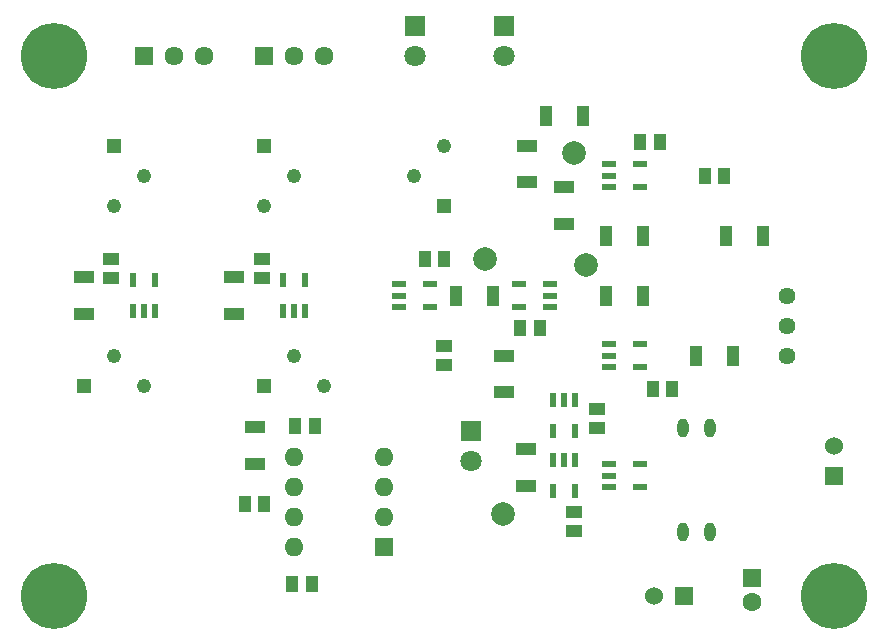
<source format=gbr>
%TF.GenerationSoftware,KiCad,Pcbnew,(6.0.8)*%
%TF.CreationDate,2023-01-11T14:23:46+01:00*%
%TF.ProjectId,BSPD,42535044-2e6b-4696-9361-645f70636258,rev?*%
%TF.SameCoordinates,Original*%
%TF.FileFunction,Soldermask,Top*%
%TF.FilePolarity,Negative*%
%FSLAX46Y46*%
G04 Gerber Fmt 4.6, Leading zero omitted, Abs format (unit mm)*
G04 Created by KiCad (PCBNEW (6.0.8)) date 2023-01-11 14:23:46*
%MOMM*%
%LPD*%
G01*
G04 APERTURE LIST*
%ADD10C,5.600000*%
%ADD11R,0.600000X1.150000*%
%ADD12R,1.070000X1.470000*%
%ADD13R,1.150000X0.600000*%
%ADD14R,1.530000X1.530000*%
%ADD15C,1.530000*%
%ADD16C,1.440000*%
%ADD17R,1.217000X1.217000*%
%ADD18C,1.217000*%
%ADD19R,1.050000X1.800000*%
%ADD20R,1.800000X1.050000*%
%ADD21R,1.600000X1.600000*%
%ADD22O,1.600000X1.600000*%
%ADD23R,1.800000X1.800000*%
%ADD24C,1.800000*%
%ADD25R,1.470000X1.070000*%
%ADD26O,0.950000X1.600000*%
%ADD27C,2.000000*%
%ADD28C,1.600000*%
%ADD29R,1.610000X1.610000*%
%ADD30C,1.610000*%
G04 APERTURE END LIST*
D10*
%TO.C,REF\u002A\u002A*%
X165100000Y-116840000D03*
%TD*%
D11*
%TO.C,G2*%
X143190000Y-100300000D03*
X142240000Y-100300000D03*
X141290000Y-100300000D03*
X141290000Y-102900000D03*
X143190000Y-102900000D03*
%TD*%
D12*
%TO.C,C7*%
X138510641Y-94192119D03*
X140150641Y-94192119D03*
%TD*%
D10*
%TO.C,REF\u002A\u002A*%
X99060000Y-71120000D03*
%TD*%
D13*
%TO.C,G4*%
X146020000Y-95570000D03*
X146020000Y-96520000D03*
X146020000Y-97470000D03*
X148620000Y-97470000D03*
X148620000Y-95570000D03*
%TD*%
D14*
%TO.C,J4*%
X152400000Y-116840000D03*
D15*
X149860000Y-116840000D03*
%TD*%
D16*
%TO.C,U1*%
X161136000Y-91501500D03*
X161136000Y-94041500D03*
X161136000Y-96581500D03*
%TD*%
D17*
%TO.C,RV5*%
X116840000Y-99060000D03*
D18*
X119380000Y-96520000D03*
X121920000Y-99060000D03*
%TD*%
D19*
%TO.C,R2*%
X133070000Y-91440000D03*
X136170000Y-91440000D03*
%TD*%
D13*
%TO.C,G5*%
X146020000Y-105730000D03*
X146020000Y-106680000D03*
X146020000Y-107630000D03*
X148620000Y-107630000D03*
X148620000Y-105730000D03*
%TD*%
D20*
%TO.C,R4*%
X139052725Y-78749257D03*
X139052725Y-81849257D03*
%TD*%
D21*
%TO.C,TI1*%
X127008945Y-112718181D03*
D22*
X127008945Y-110178181D03*
X127008945Y-107638181D03*
X127008945Y-105098181D03*
X119388945Y-105098181D03*
X119388945Y-107638181D03*
X119388945Y-110178181D03*
X119388945Y-112718181D03*
%TD*%
D23*
%TO.C,D1*%
X134330177Y-102896180D03*
D24*
X134330177Y-105436180D03*
%TD*%
D11*
%TO.C,G3*%
X143190000Y-105380000D03*
X142240000Y-105380000D03*
X141290000Y-105380000D03*
X141290000Y-107980000D03*
X143190000Y-107980000D03*
%TD*%
%TO.C,CP1*%
X105730000Y-92740000D03*
X106680000Y-92740000D03*
X107630000Y-92740000D03*
X107630000Y-90140000D03*
X105730000Y-90140000D03*
%TD*%
D25*
%TO.C,C10*%
X144996793Y-102678091D03*
X144996793Y-101038091D03*
%TD*%
%TO.C,C14*%
X103826525Y-89941713D03*
X103826525Y-88301713D03*
%TD*%
D19*
%TO.C,R7*%
X145770000Y-86360000D03*
X148870000Y-86360000D03*
%TD*%
D12*
%TO.C,C13*%
X149745317Y-99377893D03*
X151385317Y-99377893D03*
%TD*%
D26*
%TO.C,K1*%
X154589465Y-102681097D03*
X152303465Y-102681097D03*
X152303465Y-111481097D03*
X154589465Y-111481097D03*
%TD*%
D27*
%TO.C,TP3*%
X144055444Y-88887924D03*
%TD*%
D10*
%TO.C,REF\u002A\u002A*%
X165100000Y-71120000D03*
%TD*%
D17*
%TO.C,RV1*%
X104140000Y-78740000D03*
D18*
X106680000Y-81280000D03*
X104140000Y-83820000D03*
%TD*%
D17*
%TO.C,RV4*%
X101600000Y-99060000D03*
D18*
X104140000Y-96520000D03*
X106680000Y-99060000D03*
%TD*%
D19*
%TO.C,R8*%
X159030000Y-86360000D03*
X155930000Y-86360000D03*
%TD*%
D12*
%TO.C,C11*%
X148666660Y-78426525D03*
X150306660Y-78426525D03*
%TD*%
D19*
%TO.C,R1*%
X145770000Y-91440000D03*
X148870000Y-91440000D03*
%TD*%
D12*
%TO.C,C2*%
X154120000Y-81280000D03*
X155760000Y-81280000D03*
%TD*%
D17*
%TO.C,RV2*%
X116840000Y-78740000D03*
D18*
X119380000Y-81280000D03*
X116840000Y-83820000D03*
%TD*%
D20*
%TO.C,R11*%
X116054103Y-105661595D03*
X116054103Y-102561595D03*
%TD*%
D10*
%TO.C,REF\u002A\u002A*%
X99060000Y-116840000D03*
%TD*%
D23*
%TO.C,D2*%
X137160000Y-68580000D03*
D24*
X137160000Y-71120000D03*
%TD*%
D14*
%TO.C,J3*%
X165100000Y-106680000D03*
D15*
X165100000Y-104140000D03*
%TD*%
D19*
%TO.C,R12*%
X156490000Y-96520000D03*
X153390000Y-96520000D03*
%TD*%
D23*
%TO.C,D3*%
X129579341Y-68580000D03*
D24*
X129579341Y-71120000D03*
%TD*%
D20*
%TO.C,R14*%
X138991482Y-104461767D03*
X138991482Y-107561767D03*
%TD*%
D12*
%TO.C,C6*%
X119216769Y-115893642D03*
X120856769Y-115893642D03*
%TD*%
D27*
%TO.C,TP1*%
X137051316Y-109908327D03*
%TD*%
D20*
%TO.C,R3*%
X137160000Y-99620000D03*
X137160000Y-96520000D03*
%TD*%
D19*
%TO.C,R6*%
X143790000Y-76200000D03*
X140690000Y-76200000D03*
%TD*%
D21*
%TO.C,C5*%
X158103366Y-115370154D03*
D28*
X158103366Y-117370154D03*
%TD*%
D25*
%TO.C,C12*%
X116657137Y-89974906D03*
X116657137Y-88334906D03*
%TD*%
D29*
%TO.C,J2*%
X116840000Y-71120000D03*
D30*
X119380000Y-71120000D03*
X121920000Y-71120000D03*
%TD*%
D13*
%TO.C,CP3*%
X141000000Y-92390000D03*
X141000000Y-91440000D03*
X141000000Y-90490000D03*
X138400000Y-90490000D03*
X138400000Y-92390000D03*
%TD*%
D12*
%TO.C,C8*%
X132070780Y-88369796D03*
X130430780Y-88369796D03*
%TD*%
D17*
%TO.C,RV3*%
X132080000Y-83820000D03*
D18*
X129540000Y-81280000D03*
X132080000Y-78740000D03*
%TD*%
D12*
%TO.C,C4*%
X116861316Y-109064947D03*
X115221316Y-109064947D03*
%TD*%
D13*
%TO.C,CP4*%
X146020000Y-80330000D03*
X146020000Y-81280000D03*
X146020000Y-82230000D03*
X148620000Y-82230000D03*
X148620000Y-80330000D03*
%TD*%
D20*
%TO.C,R10*%
X114300000Y-92990000D03*
X114300000Y-89890000D03*
%TD*%
D25*
%TO.C,C1*%
X132080000Y-95700000D03*
X132080000Y-97340000D03*
%TD*%
D20*
%TO.C,R9*%
X101600000Y-92990000D03*
X101600000Y-89890000D03*
%TD*%
D13*
%TO.C,G1*%
X128240000Y-90490000D03*
X128240000Y-91440000D03*
X128240000Y-92390000D03*
X130840000Y-92390000D03*
X130840000Y-90490000D03*
%TD*%
D29*
%TO.C,J1*%
X106680000Y-71120000D03*
D30*
X109220000Y-71120000D03*
X111760000Y-71120000D03*
%TD*%
D27*
%TO.C,TP4*%
X135489466Y-88320355D03*
%TD*%
D11*
%TO.C,CP2*%
X118430000Y-92740000D03*
X119380000Y-92740000D03*
X120330000Y-92740000D03*
X120330000Y-90140000D03*
X118430000Y-90140000D03*
%TD*%
D27*
%TO.C,TP2*%
X143095409Y-79329644D03*
%TD*%
D25*
%TO.C,C9*%
X143081373Y-109735008D03*
X143081373Y-111375008D03*
%TD*%
D12*
%TO.C,C3*%
X121101379Y-102505323D03*
X119461379Y-102505323D03*
%TD*%
D20*
%TO.C,R5*%
X142240000Y-82270000D03*
X142240000Y-85370000D03*
%TD*%
M02*

</source>
